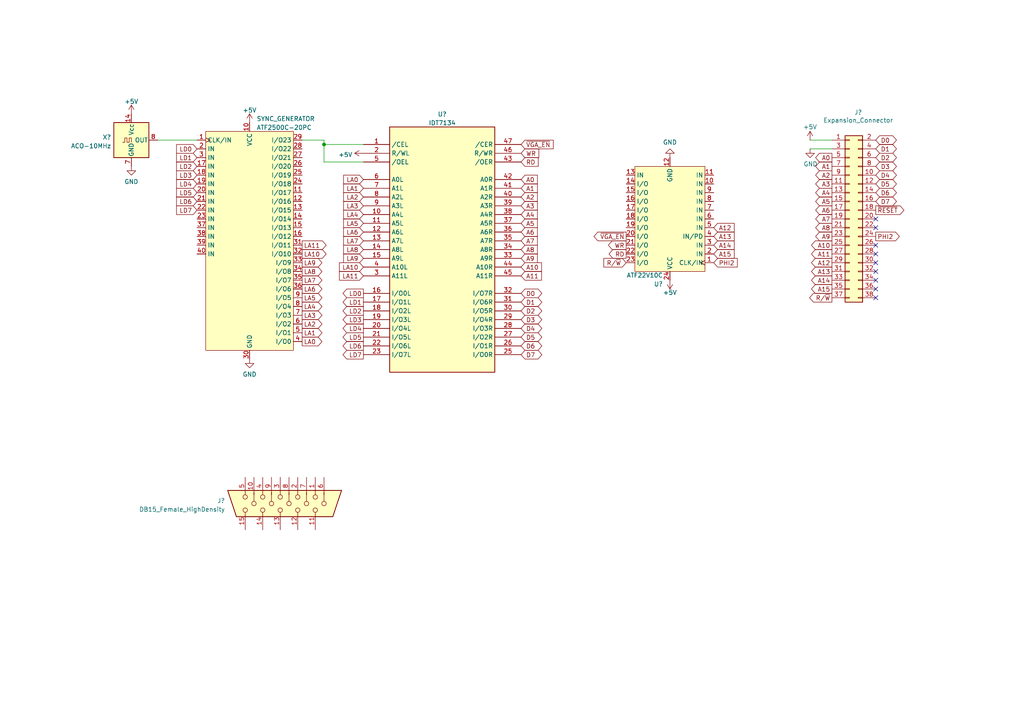
<source format=kicad_sch>
(kicad_sch (version 20211123) (generator eeschema)
  (paper "A4")
  (title_block (title "WolfNet 6502 WBC - Video card") (date "2022-05-22") (rev "1.0") (company "WolfNet Computing"))
  (lib_symbols
    (symbol "Connector:DB15_Female_HighDensity" (pin_names (offset 1.016) hide)
      (property "Reference" "J" (at 0 21.59 0))
      (property "Value" "DB15_Female_HighDensity" (at 0 19.05 0))
      (symbol "DB15_Female_HighDensity_0_1"
        (circle (center -1.905 -10.16) (radius 0.635))
        (circle (center -1.905 -5.08) (radius 0.635))
        (circle (center -1.905 0) (radius 0.635))
        (circle (center -1.905 5.08) (radius 0.635))
        (circle (center -1.905 10.16) (radius 0.635))
        (circle (center 0 -7.62) (radius 0.635))
        (circle (center 0 -2.54) (radius 0.635))
        (polyline (pts (xy -3.175 7.62) (xy -0.635 7.62)))
        (polyline (pts (xy -0.635 -7.62) (xy -3.175 -7.62)))
        (polyline (pts (xy -0.635 -2.54) (xy -3.175 -2.54)))
        (polyline (pts (xy -0.635 2.54) (xy -3.175 2.54)))
        (polyline (pts (xy -0.635 12.7) (xy -3.175 12.7)))
        (polyline (pts (xy -3.81 17.78) (xy -3.81 -15.24) (xy 3.81 -12.7) (xy 3.81 15.24) (xy -3.81 17.78)) (stroke (width 0.254)) (fill (type background)))
        (circle (center 0 2.54) (radius 0.635))
        (circle (center 0 7.62) (radius 0.635))
        (circle (center 0 12.7) (radius 0.635))
        (circle (center 1.905 -10.16) (radius 0.635))
        (circle (center 1.905 -5.08) (radius 0.635))
        (circle (center 1.905 0) (radius 0.635))
        (circle (center 1.905 5.08) (radius 0.635))
        (circle (center 1.905 10.16) (radius 0.635))
      )
      (symbol "DB15_Female_HighDensity_1_1"
        (pin passive line (at -7.62 10.16 0) (length 5.08) (name "~") (number "1"))
        (pin passive line (at -7.62 -7.62 0) (length 5.08) (name "~") (number "10"))
        (pin passive line (at 7.62 10.16 180) (length 5.08) (name "~") (number "11"))
        (pin passive line (at 7.62 5.08 180) (length 5.08) (name "~") (number "12"))
        (pin passive line (at 7.62 0 180) (length 5.08) (name "~") (number "13"))
        (pin passive line (at 7.62 -5.08 180) (length 5.08) (name "~") (number "14"))
        (pin passive line (at 7.62 -10.16 180) (length 5.08) (name "~") (number "15"))
        (pin passive line (at -7.62 5.08 0) (length 5.08) (name "~") (number "2"))
        (pin passive line (at -7.62 0 0) (length 5.08) (name "~") (number "3"))
        (pin passive line (at -7.62 -5.08 0) (length 5.08) (name "~") (number "4"))
        (pin passive line (at -7.62 -10.16 0) (length 5.08) (name "~") (number "5"))
        (pin passive line (at -7.62 12.7 0) (length 5.08) (name "~") (number "6"))
        (pin passive line (at -7.62 7.62 0) (length 5.08) (name "~") (number "7"))
        (pin passive line (at -7.62 2.54 0) (length 5.08) (name "~") (number "8"))
        (pin passive line (at -7.62 -2.54 0) (length 5.08) (name "~") (number "9"))
      )
    )
    (symbol "Oscillator:ACO-xxxMHz" (pin_names (offset 0.254))
      (property "Reference" "X" (at -5.08 6.35 0))
      (property "Value" "ACO-xxxMHz" (at 1.27 -6.35 0))
      (symbol "ACO-xxxMHz_0_1"
        (rectangle (start -5.08 5.08) (end 5.08 -5.08) (stroke (width 0.254)) (fill (type background)))
        (polyline (pts (xy -2.54 -0.635) (xy -1.905 -0.635) (xy -1.905 0.635) (xy -1.27 0.635) (xy -1.27 -0.635) (xy -0.635 -0.635) (xy -0.635 0.635) (xy 0 0.635) (xy 0 -0.635)))
      )
      (symbol "ACO-xxxMHz_1_1"
        (pin no_connect line (at -7.62 0 0) (length 2.54) hide (name "NC") (number "1"))
        (pin power_in line (at 0 7.62 270) (length 2.54) (name "Vcc") (number "14"))
        (pin power_in line (at 0 -7.62 90) (length 2.54) (name "GND") (number "7"))
        (pin output line (at 7.62 0 180) (length 2.54) (name "OUT") (number "8"))
      )
    )
    (symbol "PC:ATF22V10C"
      (property "Reference" "U" (at 0 0 0))
      (property "Value" "ATF22V10C" (at 0 -33.02 0))
      (symbol "ATF22V10C_0_1"
        (rectangle (start -10.16 -1.27) (end 10.16 -31.75) (stroke (width 0.1524)) (fill (type background)))
      )
      (symbol "ATF22V10C_1_1"
        (pin input clock (at -12.7 -3.81 0) (length 2.54) (name "CLK/IN") (number "1"))
        (pin input line (at -12.7 -26.67 0) (length 2.54) (name "IN") (number "10"))
        (pin input line (at -12.7 -29.21 0) (length 2.54) (name "IN") (number "11"))
        (pin power_out line (at 0 -34.29 90) (length 2.54) (name "GND") (number "12"))
        (pin input line (at 12.7 -29.21 180) (length 2.54) (name "IN") (number "13"))
        (pin bidirectional line (at 12.7 -26.67 180) (length 2.54) (name "I/O") (number "14"))
        (pin bidirectional line (at 12.7 -24.13 180) (length 2.54) (name "I/O") (number "15"))
        (pin bidirectional line (at 12.7 -21.59 180) (length 2.54) (name "I/O") (number "16"))
        (pin bidirectional line (at 12.7 -19.05 180) (length 2.54) (name "I/O") (number "17"))
        (pin bidirectional line (at 12.7 -16.51 180) (length 2.54) (name "I/O") (number "18"))
        (pin bidirectional line (at 12.7 -13.97 180) (length 2.54) (name "I/O") (number "19"))
        (pin input line (at -12.7 -6.35 0) (length 2.54) (name "IN") (number "2"))
        (pin bidirectional line (at 12.7 -11.43 180) (length 2.54) (name "I/O") (number "20"))
        (pin bidirectional line (at 12.7 -8.89 180) (length 2.54) (name "I/O") (number "21"))
        (pin bidirectional line (at 12.7 -6.35 180) (length 2.54) (name "I/O") (number "22"))
        (pin bidirectional line (at 12.7 -3.81 180) (length 2.54) (name "I/O") (number "23"))
        (pin power_in line (at 0 1.27 270) (length 2.54) (name "VCC") (number "24"))
        (pin input line (at -12.7 -8.89 0) (length 2.54) (name "IN") (number "3"))
        (pin input line (at -12.7 -11.43 0) (length 2.54) (name "IN/PD") (number "4"))
        (pin input line (at -12.7 -13.97 0) (length 2.54) (name "IN") (number "5"))
        (pin input line (at -12.7 -16.51 0) (length 2.54) (name "IN") (number "6"))
        (pin input line (at -12.7 -19.05 0) (length 2.54) (name "IN") (number "7"))
        (pin input line (at -12.7 -21.59 0) (length 2.54) (name "IN") (number "8"))
        (pin input line (at -12.7 -24.13 0) (length 2.54) (name "IN") (number "9"))
      )
    )
    (symbol "PC:ATF2500C-40P6"
      (property "Reference" "U" (at 0 0 0))
      (property "Value" "ATF2500C-40P6" (at 0 0 0))
      (symbol "ATF2500C-40P6_0_1"
        (rectangle (start -12.7 -1.27) (end 12.7 -64.77) (stroke (width 0.1524)) (fill (type background)))
      )
      (symbol "ATF2500C-40P6_1_1"
        (pin input clock (at -15.24 -3.81 0) (length 2.54) (name "CLK/IN") (number "1"))
        (pin power_in line (at 0 1.27 270) (length 2.54) (name "VCC") (number "10"))
        (pin bidirectional line (at 15.24 -19.05 180) (length 2.54) (name "I/O17") (number "11"))
        (pin bidirectional line (at 15.24 -21.59 180) (length 2.54) (name "I/O16") (number "12"))
        (pin bidirectional line (at 15.24 -24.13 180) (length 2.54) (name "I/O15") (number "13"))
        (pin bidirectional line (at 15.24 -26.67 180) (length 2.54) (name "I/O14") (number "14"))
        (pin bidirectional line (at 15.24 -29.21 180) (length 2.54) (name "I/O13") (number "15"))
        (pin bidirectional line (at 15.24 -31.75 180) (length 2.54) (name "I/O12") (number "16"))
        (pin input line (at -15.24 -11.43 0) (length 2.54) (name "IN") (number "17"))
        (pin input line (at -15.24 -13.97 0) (length 2.54) (name "IN") (number "18"))
        (pin input line (at -15.24 -16.51 0) (length 2.54) (name "IN") (number "19"))
        (pin input line (at -15.24 -6.35 0) (length 2.54) (name "IN") (number "2"))
        (pin input line (at -15.24 -19.05 0) (length 2.54) (name "IN") (number "20"))
        (pin input line (at -15.24 -21.59 0) (length 2.54) (name "IN") (number "21"))
        (pin input line (at -15.24 -24.13 0) (length 2.54) (name "IN") (number "22"))
        (pin input line (at -15.24 -26.67 0) (length 2.54) (name "IN") (number "23"))
        (pin bidirectional line (at 15.24 -16.51 180) (length 2.54) (name "I/O18") (number "24"))
        (pin bidirectional line (at 15.24 -13.97 180) (length 2.54) (name "I/O19") (number "25"))
        (pin bidirectional line (at 15.24 -11.43 180) (length 2.54) (name "I/O20") (number "26"))
        (pin bidirectional line (at 15.24 -8.89 180) (length 2.54) (name "I/O21") (number "27"))
        (pin bidirectional line (at 15.24 -6.35 180) (length 2.54) (name "I/O22") (number "28"))
        (pin bidirectional line (at 15.24 -3.81 180) (length 2.54) (name "I/O23") (number "29"))
        (pin input line (at -15.24 -8.89 0) (length 2.54) (name "IN") (number "3"))
        (pin power_out line (at 0 -67.31 90) (length 2.54) (name "GND") (number "30"))
        (pin bidirectional line (at 15.24 -34.29 180) (length 2.54) (name "I/O11") (number "31"))
        (pin bidirectional line (at 15.24 -36.83 180) (length 2.54) (name "I/O10") (number "32"))
        (pin bidirectional line (at 15.24 -39.37 180) (length 2.54) (name "I/O9") (number "33"))
        (pin bidirectional line (at 15.24 -41.91 180) (length 2.54) (name "I/O8") (number "34"))
        (pin bidirectional line (at 15.24 -44.45 180) (length 2.54) (name "I/O7") (number "35"))
        (pin bidirectional line (at 15.24 -46.99 180) (length 2.54) (name "I/O6") (number "36"))
        (pin input line (at -15.24 -29.21 0) (length 2.54) (name "IN") (number "37"))
        (pin input line (at -15.24 -31.75 0) (length 2.54) (name "IN") (number "38"))
        (pin input line (at -15.24 -34.29 0) (length 2.54) (name "IN") (number "39"))
        (pin bidirectional line (at 15.24 -62.23 180) (length 2.54) (name "I/O0") (number "4"))
        (pin input line (at -15.24 -36.83 0) (length 2.54) (name "IN") (number "40"))
        (pin bidirectional line (at 15.24 -59.69 180) (length 2.54) (name "I/O1") (number "5"))
        (pin bidirectional line (at 15.24 -57.15 180) (length 2.54) (name "I/O2") (number "6"))
        (pin bidirectional line (at 15.24 -54.61 180) (length 2.54) (name "I/O3") (number "7"))
        (pin bidirectional line (at 15.24 -52.07 180) (length 2.54) (name "I/O4") (number "8"))
        (pin bidirectional line (at 15.24 -49.53 180) (length 2.54) (name "I/O5") (number "9"))
      )
    )
    (symbol "PC:Expansion_Connector" (pin_names (offset 1.016) hide)
      (property "Reference" "J" (at 0 25.4 0))
      (property "Value" "Expansion_Connector" (at 1.27 -25.4 0))
      (symbol "Expansion_Connector_0_0"
        (pin power_out line (at -6.35 22.86 0) (length 3.81) (name "~") (number "1"))
      )
      (symbol "Expansion_Connector_1_1"
        (rectangle (start -2.54 -22.733) (end -1.27 -22.987) (stroke (width 0.1524)))
        (rectangle (start -2.54 -20.193) (end -1.27 -20.447) (stroke (width 0.1524)))
        (rectangle (start -2.54 -17.653) (end -1.27 -17.907) (stroke (width 0.1524)))
        (rectangle (start -2.54 -15.113) (end -1.27 -15.367) (stroke (width 0.1524)))
        (rectangle (start -2.54 -12.573) (end -1.27 -12.827) (stroke (width 0.1524)))
        (rectangle (start -2.54 -10.033) (end -1.27 -10.287) (stroke (width 0.1524)))
        (rectangle (start -2.54 -7.493) (end -1.27 -7.747) (stroke (width 0.1524)))
        (rectangle (start -2.54 -4.953) (end -1.27 -5.207) (stroke (width 0.1524)))
        (rectangle (start -2.54 -2.413) (end -1.27 -2.667) (stroke (width 0.1524)))
        (rectangle (start -2.54 0.127) (end -1.27 -0.127) (stroke (width 0.1524)))
        (rectangle (start -2.54 2.667) (end -1.27 2.413) (stroke (width 0.1524)))
        (rectangle (start -2.54 5.207) (end -1.27 4.953) (stroke (width 0.1524)))
        (rectangle (start -2.54 7.747) (end -1.27 7.493) (stroke (width 0.1524)))
        (rectangle (start -2.54 10.287) (end -1.27 10.033) (stroke (width 0.1524)))
        (rectangle (start -2.54 12.827) (end -1.27 12.573) (stroke (width 0.1524)))
        (rectangle (start -2.54 15.367) (end -1.27 15.113) (stroke (width 0.1524)))
        (rectangle (start -2.54 17.907) (end -1.27 17.653) (stroke (width 0.1524)))
        (rectangle (start -2.54 20.447) (end -1.27 20.193) (stroke (width 0.1524)))
        (rectangle (start -2.54 22.987) (end -1.27 22.733) (stroke (width 0.1524)))
        (rectangle (start -2.54 24.13) (end 2.54 -24.13) (stroke (width 0.254)) (fill (type background)))
        (rectangle (start 2.54 -22.733) (end 1.27 -22.987) (stroke (width 0.1524)))
        (rectangle (start 2.54 -20.193) (end 1.27 -20.447) (stroke (width 0.1524)))
        (rectangle (start 2.54 -17.653) (end 1.27 -17.907) (stroke (width 0.1524)))
        (rectangle (start 2.54 -15.113) (end 1.27 -15.367) (stroke (width 0.1524)))
        (rectangle (start 2.54 -12.573) (end 1.27 -12.827) (stroke (width 0.1524)))
        (rectangle (start 2.54 -10.033) (end 1.27 -10.287) (stroke (width 0.1524)))
        (rectangle (start 2.54 -7.493) (end 1.27 -7.747) (stroke (width 0.1524)))
        (rectangle (start 2.54 -4.953) (end 1.27 -5.207) (stroke (width 0.1524)))
        (rectangle (start 2.54 -2.413) (end 1.27 -2.667) (stroke (width 0.1524)))
        (rectangle (start 2.54 0.127) (end 1.27 -0.127) (stroke (width 0.1524)))
        (rectangle (start 2.54 2.667) (end 1.27 2.413) (stroke (width 0.1524)))
        (rectangle (start 2.54 5.207) (end 1.27 4.953) (stroke (width 0.1524)))
        (rectangle (start 2.54 7.747) (end 1.27 7.493) (stroke (width 0.1524)))
        (rectangle (start 2.54 10.287) (end 1.27 10.033) (stroke (width 0.1524)))
        (rectangle (start 2.54 12.827) (end 1.27 12.573) (stroke (width 0.1524)))
        (rectangle (start 2.54 15.367) (end 1.27 15.113) (stroke (width 0.1524)))
        (rectangle (start 2.54 17.907) (end 1.27 17.653) (stroke (width 0.1524)))
        (rectangle (start 2.54 20.447) (end 1.27 20.193) (stroke (width 0.1524)))
        (rectangle (start 2.54 22.987) (end 1.27 22.733) (stroke (width 0.1524)))
        (pin bidirectional line (at 6.35 12.7 180) (length 3.81) (name "Pin_10") (number "10"))
        (pin output line (at -6.35 10.16 0) (length 3.81) (name "Pin_11") (number "11"))
        (pin bidirectional line (at 6.35 10.16 180) (length 3.81) (name "Pin_12") (number "12"))
        (pin output line (at -6.35 7.62 0) (length 3.81) (name "Pin_13") (number "13"))
        (pin bidirectional line (at 6.35 7.62 180) (length 3.81) (name "Pin_14") (number "14"))
        (pin output line (at -6.35 5.08 0) (length 3.81) (name "Pin_15") (number "15"))
        (pin bidirectional line (at 6.35 5.08 180) (length 3.81) (name "Pin_16") (number "16"))
        (pin output line (at -6.35 2.54 0) (length 3.81) (name "Pin_17") (number "17"))
        (pin output line (at 6.35 2.54 180) (length 3.81) (name "Pin_18") (number "18"))
        (pin output line (at -6.35 0 0) (length 3.81) (name "Pin_19") (number "19"))
        (pin bidirectional line (at 6.35 22.86 180) (length 3.81) (name "Pin_2") (number "2"))
        (pin output line (at 6.35 0 180) (length 3.81) (name "Pin_20") (number "20"))
        (pin output line (at -6.35 -2.54 0) (length 3.81) (name "Pin_21") (number "21"))
        (pin output line (at 6.35 -2.54 180) (length 3.81) (name "Pin_22") (number "22"))
        (pin output line (at -6.35 -5.08 0) (length 3.81) (name "Pin_23") (number "23"))
        (pin output line (at 6.35 -5.08 180) (length 3.81) (name "Pin_24") (number "24"))
        (pin output line (at -6.35 -7.62 0) (length 3.81) (name "Pin_25") (number "25"))
        (pin input line (at 6.35 -7.62 180) (length 3.81) (name "Pin_26") (number "26"))
        (pin output line (at -6.35 -10.16 0) (length 3.81) (name "Pin_27") (number "27"))
        (pin input line (at 6.35 -10.16 180) (length 3.81) (name "Pin_28") (number "28"))
        (pin output line (at -6.35 -12.7 0) (length 3.81) (name "Pin_29") (number "29"))
        (pin power_in line (at -6.35 20.32 0) (length 3.81) (name "Pin_3") (number "3"))
        (pin input line (at 6.35 -12.7 180) (length 3.81) (name "Pin_30") (number "30"))
        (pin output line (at -6.35 -15.24 0) (length 3.81) (name "Pin_31") (number "31"))
        (pin output line (at 6.35 -15.24 180) (length 3.81) (name "Pin_32") (number "32"))
        (pin output line (at -6.35 -17.78 0) (length 3.81) (name "Pin_33") (number "33"))
        (pin input line (at 6.35 -17.78 180) (length 3.81) (name "Pin_34") (number "34"))
        (pin output line (at -6.35 -20.32 0) (length 3.81) (name "Pin_35") (number "35"))
        (pin power_out line (at 6.35 -20.32 180) (length 3.81) (name "Pin_36") (number "36"))
        (pin output line (at -6.35 -22.86 0) (length 3.81) (name "Pin_37") (number "37"))
        (pin power_out line (at 6.35 -22.86 180) (length 3.81) (name "Pin_38") (number "38"))
        (pin bidirectional line (at 6.35 20.32 180) (length 3.81) (name "Pin_4") (number "4"))
        (pin input line (at -6.35 17.78 0) (length 3.81) (name "Pin_5") (number "5"))
        (pin bidirectional line (at 6.35 17.78 180) (length 3.81) (name "Pin_6") (number "6"))
        (pin output line (at -6.35 15.24 0) (length 3.81) (name "Pin_7") (number "7"))
        (pin bidirectional line (at 6.35 15.24 180) (length 3.81) (name "Pin_8") (number "8"))
        (pin output line (at -6.35 12.7 0) (length 3.81) (name "Pin_9") (number "9"))
      )
    )
    (symbol "PC:IDT7134"
      (property "Reference" "U" (at 0 2.54 0))
      (property "Value" "IDT7134" (at 0 -2.54 0))
      (symbol "IDT7134_0_1"
        (rectangle (start -15.24 -35.56) (end 15.24 35.56) (stroke (width 0.254)) (fill (type background)))
      )
      (symbol "IDT7134_1_1"
        (pin input line (at -22.86 30.48 0) (length 7.62) (name "/CEL") (number "1"))
        (pin input line (at -22.86 10.16 0) (length 7.62) (name "A4L") (number "10"))
        (pin input line (at -22.86 7.62 0) (length 7.62) (name "A5L") (number "11"))
        (pin input line (at -22.86 5.08 0) (length 7.62) (name "A6L") (number "12"))
        (pin input line (at -22.86 2.54 0) (length 7.62) (name "A7L") (number "13"))
        (pin input line (at -22.86 0 0) (length 7.62) (name "A8L") (number "14"))
        (pin input line (at -22.86 -2.54 0) (length 7.62) (name "A9L") (number "15"))
        (pin input line (at -22.86 -12.7 0) (length 7.62) (name "I/O0L") (number "16"))
        (pin input line (at -22.86 -15.24 0) (length 7.62) (name "I/O1L") (number "17"))
        (pin input line (at -22.86 -17.78 0) (length 7.62) (name "I/O2L") (number "18"))
        (pin input line (at -22.86 -20.32 0) (length 7.62) (name "I/O3L") (number "19"))
        (pin input line (at -22.86 27.94 0) (length 7.62) (name "R/WL") (number "2"))
        (pin input line (at -22.86 -22.86 0) (length 7.62) (name "I/O4L") (number "20"))
        (pin input line (at -22.86 -25.4 0) (length 7.62) (name "I/O5L") (number "21"))
        (pin input line (at -22.86 -27.94 0) (length 7.62) (name "I/O6L") (number "22"))
        (pin input line (at -22.86 -30.48 0) (length 7.62) (name "I/O7L") (number "23"))
        (pin power_in line (at 0 -35.56 90) (length 0) hide (name "GND") (number "24"))
        (pin input line (at 22.86 -30.48 180) (length 7.62) (name "I/O0R") (number "25"))
        (pin input line (at 22.86 -27.94 180) (length 7.62) (name "I/O1R") (number "26"))
        (pin input line (at 22.86 -25.4 180) (length 7.62) (name "I/O2R") (number "27"))
        (pin input line (at 22.86 -22.86 180) (length 7.62) (name "I/O3R") (number "28"))
        (pin input line (at 22.86 -20.32 180) (length 7.62) (name "I/O4R") (number "29"))
        (pin output line (at -22.86 -7.62 0) (length 7.62) (name "A11L") (number "3"))
        (pin input line (at 22.86 -17.78 180) (length 7.62) (name "I/O5R") (number "30"))
        (pin input line (at 22.86 -15.24 180) (length 7.62) (name "I/O6R") (number "31"))
        (pin input line (at 22.86 -12.7 180) (length 7.62) (name "I/O7R") (number "32"))
        (pin input line (at 22.86 -2.54 180) (length 7.62) (name "A9R") (number "33"))
        (pin input line (at 22.86 0 180) (length 7.62) (name "A8R") (number "34"))
        (pin input line (at 22.86 2.54 180) (length 7.62) (name "A7R") (number "35"))
        (pin input line (at 22.86 5.08 180) (length 7.62) (name "A6R") (number "36"))
        (pin input line (at 22.86 7.62 180) (length 7.62) (name "A5R") (number "37"))
        (pin input line (at 22.86 10.16 180) (length 7.62) (name "A4R") (number "38"))
        (pin input line (at 22.86 12.7 180) (length 7.62) (name "A3R") (number "39"))
        (pin input line (at -22.86 -5.08 0) (length 7.62) (name "A10L") (number "4"))
        (pin input line (at 22.86 15.24 180) (length 7.62) (name "A2R") (number "40"))
        (pin input line (at 22.86 17.78 180) (length 7.62) (name "A1R") (number "41"))
        (pin input line (at 22.86 20.32 180) (length 7.62) (name "A0R") (number "42"))
        (pin input line (at 22.86 25.4 180) (length 7.62) (name "/OER") (number "43"))
        (pin input line (at 22.86 -5.08 180) (length 7.62) (name "A10R") (number "44"))
        (pin output line (at 22.86 -7.62 180) (length 7.62) (name "A11R") (number "45"))
        (pin input line (at 22.86 27.94 180) (length 7.62) (name "R/WR") (number "46"))
        (pin input line (at 22.86 30.48 180) (length 7.62) (name "/CER") (number "47"))
        (pin power_in line (at 0 35.56 90) (length 0) hide (name "VCC") (number "48"))
        (pin input line (at -22.86 25.4 0) (length 7.62) (name "/OEL") (number "5"))
        (pin input line (at -22.86 20.32 0) (length 7.62) (name "A0L") (number "6"))
        (pin input line (at -22.86 17.78 0) (length 7.62) (name "A1L") (number "7"))
        (pin input line (at -22.86 15.24 0) (length 7.62) (name "A2L") (number "8"))
        (pin input line (at -22.86 12.7 0) (length 7.62) (name "A3L") (number "9"))
      )
    )
    (symbol "power:+5V" (power) (pin_names (offset 0))
      (property "Value" "+5V" (at 0 3.556 0))
      (symbol "+5V_0_1"
        (polyline (pts (xy -0.762 1.27) (xy 0 2.54)))
        (polyline (pts (xy 0 0) (xy 0 2.54)))
        (polyline (pts (xy 0 2.54) (xy 0.762 1.27)))
      )
      (symbol "+5V_1_1"
        (pin power_in line (at 0 0 90) (length 0) hide (name "+5V") (number "1"))
      )
    )
    (symbol "power:GND" (power) (pin_names (offset 0))
      (property "Value" "GND" (at 0 -3.81 0))
      (symbol "GND_0_1"
        (polyline (pts (xy 0 0) (xy 0 -1.27) (xy 1.27 -1.27) (xy 0 -2.54) (xy -1.27 -1.27) (xy 0 -1.27)))
      )
      (symbol "GND_1_1"
        (pin power_in line (at 0 0 270) (length 0) hide (name "GND") (number "1"))
      )
    )
  )
  (junction (at 93.98 41.91))
  (no_connect (at 254 81.28))
  (no_connect (at 254 73.66))
  (no_connect (at 254 71.12))
  (no_connect (at 254 76.2))
  (no_connect (at 254 78.74))
  (no_connect (at 254 83.82))
  (no_connect (at 254 86.36))
  (no_connect (at 254 63.5))
  (no_connect (at 254 66.04))
  (wire (pts (xy 105.41 46.99) (xy 93.98 46.99)))
  (wire (pts (xy 93.98 46.99) (xy 93.98 41.91)))
  (wire (pts (xy 234.95 43.18) (xy 241.3 43.18)))
  (wire (pts (xy 93.98 41.91) (xy 93.98 40.64)))
  (wire (pts (xy 45.72 40.64) (xy 57.15 40.64)))
  (wire (pts (xy 234.95 40.64) (xy 241.3 40.64)))
  (wire (pts (xy 93.98 40.64) (xy 87.63 40.64)))
  (wire (pts (xy 93.98 41.91) (xy 105.41 41.91)))
  (global_label "A1" (shape output) (at 241.3 48.26 180) (property "Intersheet References" "${INTERSHEET_REFS}" (effects hide)))
  (global_label "LD6" (shape input) (at 57.15 58.42 180) (property "Intersheet References" "${INTERSHEET_REFS}" (effects hide)))
  (global_label "~{VGA_EN}" (shape input) (at 151.13 41.91 0) (property "Intersheet References" "${INTERSHEET_REFS}" (effects hide)))
  (global_label "LD1" (shape output) (at 105.41 87.63 180) (property "Intersheet References" "${INTERSHEET_REFS}" (effects hide)))
  (global_label "LA2" (shape output) (at 87.63 93.98 0) (property "Intersheet References" "${INTERSHEET_REFS}" (effects hide)))
  (global_label "A5" (shape input) (at 151.13 64.77 0) (property "Intersheet References" "${INTERSHEET_REFS}" (effects hide)))
  (global_label "D6" (shape bidirectional) (at 151.13 100.33 0) (property "Intersheet References" "${INTERSHEET_REFS}" (effects hide)))
  (global_label "A6" (shape output) (at 241.3 60.96 180) (property "Intersheet References" "${INTERSHEET_REFS}" (effects hide)))
  (global_label "LA8" (shape output) (at 87.63 78.74 0) (property "Intersheet References" "${INTERSHEET_REFS}" (effects hide)))
  (global_label "LA10" (shape input) (at 105.41 77.47 180) (property "Intersheet References" "${INTERSHEET_REFS}" (effects hide)))
  (global_label "D5" (shape bidirectional) (at 254 53.34 0) (property "Intersheet References" "${INTERSHEET_REFS}" (effects hide)))
  (global_label "LD1" (shape input) (at 57.15 45.72 180) (property "Intersheet References" "${INTERSHEET_REFS}" (effects hide)))
  (global_label "A14" (shape output) (at 241.3 81.28 180) (property "Intersheet References" "${INTERSHEET_REFS}" (effects hide)))
  (global_label "A4" (shape input) (at 151.13 62.23 0) (property "Intersheet References" "${INTERSHEET_REFS}" (effects hide)))
  (global_label "D5" (shape bidirectional) (at 151.13 97.79 0) (property "Intersheet References" "${INTERSHEET_REFS}" (effects hide)))
  (global_label "PHI2" (shape input) (at 207.01 76.2 0) (property "Intersheet References" "${INTERSHEET_REFS}" (effects hide)))
  (global_label "A11" (shape input) (at 151.13 80.01 0) (property "Intersheet References" "${INTERSHEET_REFS}" (effects hide)))
  (global_label "D2" (shape bidirectional) (at 254 45.72 0) (property "Intersheet References" "${INTERSHEET_REFS}" (effects hide)))
  (global_label "LA2" (shape input) (at 105.41 57.15 180) (property "Intersheet References" "${INTERSHEET_REFS}" (effects hide)))
  (global_label "LA11" (shape input) (at 105.41 80.01 180) (property "Intersheet References" "${INTERSHEET_REFS}" (effects hide)))
  (global_label "A4" (shape output) (at 241.3 55.88 180) (property "Intersheet References" "${INTERSHEET_REFS}" (effects hide)))
  (global_label "LA9" (shape output) (at 87.63 76.2 0) (property "Intersheet References" "${INTERSHEET_REFS}" (effects hide)))
  (global_label "LD0" (shape output) (at 105.41 85.09 180) (property "Intersheet References" "${INTERSHEET_REFS}" (effects hide)))
  (global_label "LA4" (shape input) (at 105.41 62.23 180) (property "Intersheet References" "${INTERSHEET_REFS}" (effects hide)))
  (global_label "LD7" (shape output) (at 105.41 102.87 180) (property "Intersheet References" "${INTERSHEET_REFS}" (effects hide)))
  (global_label "D2" (shape bidirectional) (at 151.13 90.17 0) (property "Intersheet References" "${INTERSHEET_REFS}" (effects hide)))
  (global_label "LD3" (shape input) (at 57.15 50.8 180) (property "Intersheet References" "${INTERSHEET_REFS}" (effects hide)))
  (global_label "A1" (shape input) (at 151.13 54.61 0) (property "Intersheet References" "${INTERSHEET_REFS}" (effects hide)))
  (global_label "WR" (shape input) (at 151.13 44.45 0) (property "Intersheet References" "${INTERSHEET_REFS}" (effects hide)))
  (global_label "~{VGA_EN}" (shape output) (at 181.61 68.58 180) (property "Intersheet References" "${INTERSHEET_REFS}" (effects hide)))
  (global_label "D0" (shape bidirectional) (at 254 40.64 0) (property "Intersheet References" "${INTERSHEET_REFS}" (effects hide)))
  (global_label "A2" (shape input) (at 151.13 57.15 0) (property "Intersheet References" "${INTERSHEET_REFS}" (effects hide)))
  (global_label "A2" (shape output) (at 241.3 50.8 180) (property "Intersheet References" "${INTERSHEET_REFS}" (effects hide)))
  (global_label "A6" (shape input) (at 151.13 67.31 0) (property "Intersheet References" "${INTERSHEET_REFS}" (effects hide)))
  (global_label "A12" (shape input) (at 207.01 66.04 0) (property "Intersheet References" "${INTERSHEET_REFS}" (effects hide)))
  (global_label "D1" (shape bidirectional) (at 151.13 87.63 0) (property "Intersheet References" "${INTERSHEET_REFS}" (effects hide)))
  (global_label "A15" (shape input) (at 207.01 73.66 0) (property "Intersheet References" "${INTERSHEET_REFS}" (effects hide)))
  (global_label "D4" (shape bidirectional) (at 254 50.8 0) (property "Intersheet References" "${INTERSHEET_REFS}" (effects hide)))
  (global_label "LD6" (shape output) (at 105.41 100.33 180) (property "Intersheet References" "${INTERSHEET_REFS}" (effects hide)))
  (global_label "RD" (shape input) (at 151.13 46.99 0) (property "Intersheet References" "${INTERSHEET_REFS}" (effects hide)))
  (global_label "A11" (shape output) (at 241.3 73.66 180) (property "Intersheet References" "${INTERSHEET_REFS}" (effects hide)))
  (global_label "~{RESET}" (shape output) (at 254 60.96 0) (property "Intersheet References" "${INTERSHEET_REFS}" (effects hide)))
  (global_label "LA9" (shape input) (at 105.41 74.93 180) (property "Intersheet References" "${INTERSHEET_REFS}" (effects hide)))
  (global_label "LD5" (shape input) (at 57.15 55.88 180) (property "Intersheet References" "${INTERSHEET_REFS}" (effects hide)))
  (global_label "D3" (shape bidirectional) (at 151.13 92.71 0) (property "Intersheet References" "${INTERSHEET_REFS}" (effects hide)))
  (global_label "A8" (shape input) (at 151.13 72.39 0) (property "Intersheet References" "${INTERSHEET_REFS}" (effects hide)))
  (global_label "A0" (shape output) (at 241.3 45.72 180) (property "Intersheet References" "${INTERSHEET_REFS}" (effects hide)))
  (global_label "LD0" (shape input) (at 57.15 43.18 180) (property "Intersheet References" "${INTERSHEET_REFS}" (effects hide)))
  (global_label "A14" (shape input) (at 207.01 71.12 0) (property "Intersheet References" "${INTERSHEET_REFS}" (effects hide)))
  (global_label "WR" (shape output) (at 181.61 71.12 180) (property "Intersheet References" "${INTERSHEET_REFS}" (effects hide)))
  (global_label "A10" (shape input) (at 151.13 77.47 0) (property "Intersheet References" "${INTERSHEET_REFS}" (effects hide)))
  (global_label "A3" (shape input) (at 151.13 59.69 0) (property "Intersheet References" "${INTERSHEET_REFS}" (effects hide)))
  (global_label "A8" (shape output) (at 241.3 66.04 180) (property "Intersheet References" "${INTERSHEET_REFS}" (effects hide)))
  (global_label "LD7" (shape input) (at 57.15 60.96 180) (property "Intersheet References" "${INTERSHEET_REFS}" (effects hide)))
  (global_label "D7" (shape bidirectional) (at 254 58.42 0) (property "Intersheet References" "${INTERSHEET_REFS}" (effects hide)))
  (global_label "A12" (shape output) (at 241.3 76.2 180) (property "Intersheet References" "${INTERSHEET_REFS}" (effects hide)))
  (global_label "RD" (shape output) (at 181.61 73.66 180) (property "Intersheet References" "${INTERSHEET_REFS}" (effects hide)))
  (global_label "LD5" (shape output) (at 105.41 97.79 180) (property "Intersheet References" "${INTERSHEET_REFS}" (effects hide)))
  (global_label "LA5" (shape input) (at 105.41 64.77 180) (property "Intersheet References" "${INTERSHEET_REFS}" (effects hide)))
  (global_label "A0" (shape input) (at 151.13 52.07 0) (property "Intersheet References" "${INTERSHEET_REFS}" (effects hide)))
  (global_label "R{slash}~{W}" (shape input) (at 181.61 76.2 180) (property "Intersheet References" "${INTERSHEET_REFS}" (effects hide)))
  (global_label "R{slash}~{W}" (shape output) (at 241.3 86.36 180) (property "Intersheet References" "${INTERSHEET_REFS}" (effects hide)))
  (global_label "A5" (shape output) (at 241.3 58.42 180) (property "Intersheet References" "${INTERSHEET_REFS}" (effects hide)))
  (global_label "LD2" (shape output) (at 105.41 90.17 180) (property "Intersheet References" "${INTERSHEET_REFS}" (effects hide)))
  (global_label "D1" (shape bidirectional) (at 254 43.18 0) (property "Intersheet References" "${INTERSHEET_REFS}" (effects hide)))
  (global_label "LA1" (shape output) (at 87.63 96.52 0) (property "Intersheet References" "${INTERSHEET_REFS}" (effects hide)))
  (global_label "D4" (shape bidirectional) (at 151.13 95.25 0) (property "Intersheet References" "${INTERSHEET_REFS}" (effects hide)))
  (global_label "A3" (shape output) (at 241.3 53.34 180) (property "Intersheet References" "${INTERSHEET_REFS}" (effects hide)))
  (global_label "A9" (shape output) (at 241.3 68.58 180) (property "Intersheet References" "${INTERSHEET_REFS}" (effects hide)))
  (global_label "D0" (shape bidirectional) (at 151.13 85.09 0) (property "Intersheet References" "${INTERSHEET_REFS}" (effects hide)))
  (global_label "LA5" (shape output) (at 87.63 86.36 0) (property "Intersheet References" "${INTERSHEET_REFS}" (effects hide)))
  (global_label "LA6" (shape output) (at 87.63 83.82 0) (property "Intersheet References" "${INTERSHEET_REFS}" (effects hide)))
  (global_label "A13" (shape input) (at 207.01 68.58 0) (property "Intersheet References" "${INTERSHEET_REFS}" (effects hide)))
  (global_label "LD3" (shape output) (at 105.41 92.71 180) (property "Intersheet References" "${INTERSHEET_REFS}" (effects hide)))
  (global_label "LA0" (shape input) (at 105.41 52.07 180) (property "Intersheet References" "${INTERSHEET_REFS}" (effects hide)))
  (global_label "LA3" (shape input) (at 105.41 59.69 180) (property "Intersheet References" "${INTERSHEET_REFS}" (effects hide)))
  (global_label "A13" (shape output) (at 241.3 78.74 180) (property "Intersheet References" "${INTERSHEET_REFS}" (effects hide)))
  (global_label "LA4" (shape output) (at 87.63 88.9 0) (property "Intersheet References" "${INTERSHEET_REFS}" (effects hide)))
  (global_label "LA8" (shape input) (at 105.41 72.39 180) (property "Intersheet References" "${INTERSHEET_REFS}" (effects hide)))
  (global_label "D3" (shape bidirectional) (at 254 48.26 0) (property "Intersheet References" "${INTERSHEET_REFS}" (effects hide)))
  (global_label "A7" (shape output) (at 241.3 63.5 180) (property "Intersheet References" "${INTERSHEET_REFS}" (effects hide)))
  (global_label "A9" (shape input) (at 151.13 74.93 0) (property "Intersheet References" "${INTERSHEET_REFS}" (effects hide)))
  (global_label "D6" (shape bidirectional) (at 254 55.88 0) (property "Intersheet References" "${INTERSHEET_REFS}" (effects hide)))
  (global_label "D7" (shape bidirectional) (at 151.13 102.87 0) (property "Intersheet References" "${INTERSHEET_REFS}" (effects hide)))
  (global_label "LD2" (shape input) (at 57.15 48.26 180) (property "Intersheet References" "${INTERSHEET_REFS}" (effects hide)))
  (global_label "LA6" (shape input) (at 105.41 67.31 180) (property "Intersheet References" "${INTERSHEET_REFS}" (effects hide)))
  (global_label "LA0" (shape output) (at 87.63 99.06 0) (property "Intersheet References" "${INTERSHEET_REFS}" (effects hide)))
  (global_label "LD4" (shape output) (at 105.41 95.25 180) (property "Intersheet References" "${INTERSHEET_REFS}" (effects hide)))
  (global_label "A7" (shape input) (at 151.13 69.85 0) (property "Intersheet References" "${INTERSHEET_REFS}" (effects hide)))
  (global_label "A10" (shape output) (at 241.3 71.12 180) (property "Intersheet References" "${INTERSHEET_REFS}" (effects hide)))
  (global_label "LA7" (shape input) (at 105.41 69.85 180) (property "Intersheet References" "${INTERSHEET_REFS}" (effects hide)))
  (global_label "PHI2" (shape output) (at 254 68.58 0) (property "Intersheet References" "${INTERSHEET_REFS}" (effects hide)))
  (global_label "LA1" (shape input) (at 105.41 54.61 180) (property "Intersheet References" "${INTERSHEET_REFS}" (effects hide)))
  (global_label "LA7" (shape output) (at 87.63 81.28 0) (property "Intersheet References" "${INTERSHEET_REFS}" (effects hide)))
  (global_label "LA10" (shape output) (at 87.63 73.66 0) (property "Intersheet References" "${INTERSHEET_REFS}" (effects hide)))
  (global_label "LA11" (shape output) (at 87.63 71.12 0) (property "Intersheet References" "${INTERSHEET_REFS}" (effects hide)))
  (global_label "LD4" (shape input) (at 57.15 53.34 180) (property "Intersheet References" "${INTERSHEET_REFS}" (effects hide)))
  (global_label "LA3" (shape output) (at 87.63 91.44 0) (property "Intersheet References" "${INTERSHEET_REFS}" (effects hide)))
  (global_label "A15" (shape output) (at 241.3 83.82 180) (property "Intersheet References" "${INTERSHEET_REFS}" (effects hide)))
  (symbol (lib_id "PC:ATF2500C-40P6") (at 72.39 36.83 0) (unit 1)
    (property "Reference" "SYNC_GENERATOR" (at 74.4094 34.451 0) (effects (justify left)))
    (property "Value" "ATF2500C-20PC" (at 74.4094 36.9879 0) (effects (justify left)))
  )
  (symbol (lib_id "power:+5V") (at 234.95 40.64 0) (unit 1)
    (property "Reference" "#PWR0101" (effects hide))
    (property "Value" "+5V" (at 234.95 36.83 0))
  )
  (symbol (lib_id "PC:Expansion_Connector") (at 247.65 63.5 0) (unit 1)
    (property "Reference" "J?" (at 248.92 32.5882 0))
    (property "Value" "Expansion_Connector" (at 248.92 34.8996 0))
    (property "Footprint" "Connector_PinHeader_2.54mm:PinHeader_2x19_P2.54mm_Horizontal" (effects hide))
  )
  (symbol (lib_id "Oscillator:ACO-xxxMHz") (at 38.1 40.64 0) (unit 1)
    (property "Reference" "X?" (at 32.2581 39.8053 0) (effects (justify right)))
    (property "Value" "ACO-10MHz" (at 32.2581 42.3422 0) (effects (justify right)))
    (property "Footprint" "Oscillator:Oscillator_DIP-14" (effects hide))
    (property "Datasheet" "http://www.conwin.com/datasheets/cx/cx030.pdf" (effects hide))
  )
  (symbol (lib_id "power:+5V") (at 72.39 35.56 0) (unit 1)
    (property "Reference" "#PWR0103" (effects hide))
    (property "Value" "+5V" (at 72.39 31.9842 0))
  )
  (symbol (lib_id "PC:ATF22V10C") (at 194.31 80.01 180) (unit 1)
    (property "Reference" "U?" (at 192.2906 82.389 0) (effects (justify left)))
    (property "Value" "ATF22V10C" (at 192.2906 79.8521 0) (effects (justify left)))
    (property "Footprint" "Package_DIP:DIP-24_W7.62mm_Socket_LongPads" (effects hide))
  )
  (symbol (lib_id "power:GND") (at 234.95 43.18 0) (unit 1)
    (property "Reference" "#PWR0102" (effects hide))
    (property "Value" "GND" (at 235.077 47.5742 0))
  )
  (symbol (lib_id "Connector:DB15_Female_HighDensity") (at 81.28 146.05 270) (unit 1)
    (property "Reference" "J?" (at 65.278 145.2153 90) (effects (justify right)))
    (property "Value" "DB15_Female_HighDensity" (at 65.278 147.7522 90) (effects (justify right)))
    (property "Datasheet" " ~" (effects hide))
  )
  (symbol (lib_id "PC:IDT7134") (at 128.27 72.39 0) (unit 1)
    (property "Reference" "U?" (at 128.27 33.1302 0))
    (property "Value" "IDT7134" (at 128.27 35.6671 0))
  )
  (symbol (lib_id "power:GND") (at 194.31 45.72 180) (unit 1)
    (property "Reference" "#PWR?" (effects hide))
    (property "Value" "GND" (at 194.31 41.2766 0))
  )
  (symbol (lib_id "power:+5V") (at 194.31 81.28 180) (unit 1)
    (property "Reference" "#PWR?" (effects hide))
    (property "Value" "+5V" (at 194.31 84.8558 0))
  )
  (symbol (lib_id "power:+5V") (at 105.41 44.45 90) (unit 1)
    (property "Reference" "#PWR?" (effects hide))
    (property "Value" "+5V" (at 102.2351 44.8838 90) (effects (justify left)))
  )
  (symbol (lib_id "power:GND") (at 72.39 104.14 0) (unit 1)
    (property "Reference" "#PWR0104" (effects hide))
    (property "Value" "GND" (at 72.39 108.5834 0))
  )
  (symbol (lib_id "power:GND") (at 38.1 48.26 0) (unit 1)
    (property "Reference" "#PWR?" (effects hide))
    (property "Value" "GND" (at 38.1 52.7034 0))
  )
  (symbol (lib_id "power:+5V") (at 38.1 33.02 0) (unit 1)
    (property "Reference" "#PWR?" (effects hide))
    (property "Value" "+5V" (at 38.1 29.4442 0))
  )
)
</source>
